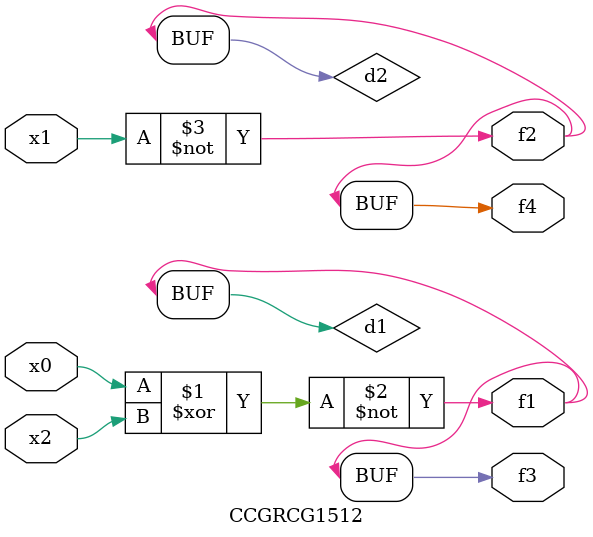
<source format=v>
module CCGRCG1512(
	input x0, x1, x2,
	output f1, f2, f3, f4
);

	wire d1, d2, d3;

	xnor (d1, x0, x2);
	nand (d2, x1);
	nor (d3, x1, x2);
	assign f1 = d1;
	assign f2 = d2;
	assign f3 = d1;
	assign f4 = d2;
endmodule

</source>
